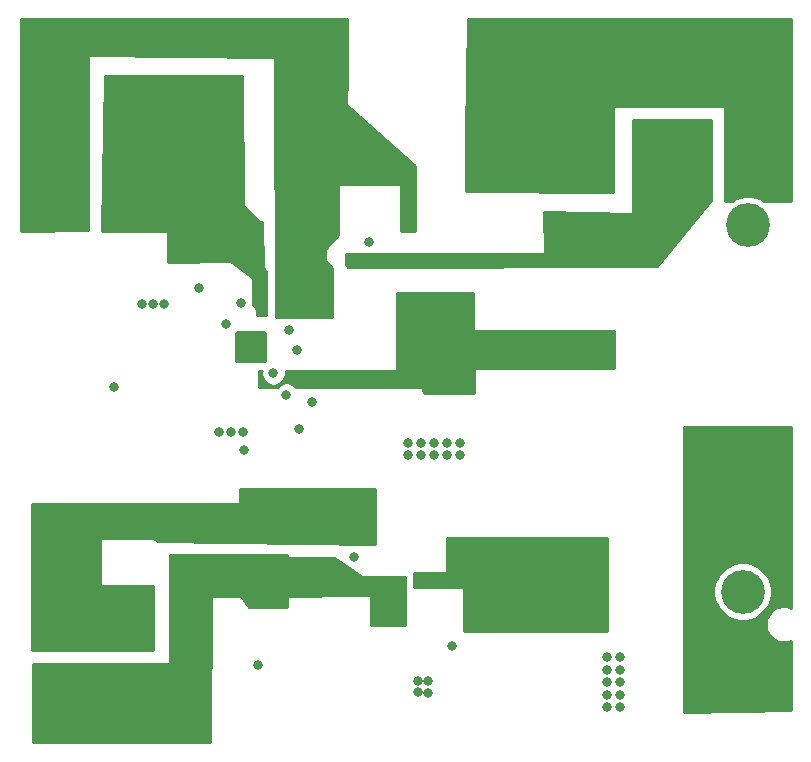
<source format=gbl>
G04 #@! TF.GenerationSoftware,KiCad,Pcbnew,5.1.4-e60b266~84~ubuntu16.04.1*
G04 #@! TF.CreationDate,2019-09-26T20:17:56+05:30*
G04 #@! TF.ProjectId,sick_kinect_powerBoard,7369636b-5f6b-4696-9e65-63745f706f77,rev?*
G04 #@! TF.SameCoordinates,Original*
G04 #@! TF.FileFunction,Copper,L4,Bot*
G04 #@! TF.FilePolarity,Positive*
%FSLAX46Y46*%
G04 Gerber Fmt 4.6, Leading zero omitted, Abs format (unit mm)*
G04 Created by KiCad (PCBNEW 5.1.4-e60b266~84~ubuntu16.04.1) date 2019-09-26 20:17:56*
%MOMM*%
%LPD*%
G04 APERTURE LIST*
%ADD10C,0.100000*%
%ADD11C,3.700000*%
%ADD12C,0.500000*%
%ADD13C,2.700000*%
%ADD14C,3.750000*%
%ADD15R,3.750000X3.750000*%
%ADD16C,0.800000*%
%ADD17C,0.250000*%
%ADD18C,0.254000*%
G04 APERTURE END LIST*
D10*
G36*
X173699503Y-65026204D02*
G01*
X173723772Y-65029804D01*
X173747570Y-65035765D01*
X173770670Y-65044030D01*
X173792849Y-65054520D01*
X173813892Y-65067133D01*
X173833598Y-65081748D01*
X173851776Y-65098224D01*
X173868252Y-65116402D01*
X173882867Y-65136108D01*
X173895480Y-65157151D01*
X173905970Y-65179330D01*
X173914235Y-65202430D01*
X173920196Y-65226228D01*
X173923796Y-65250497D01*
X173925000Y-65275001D01*
X173925000Y-68474999D01*
X173923796Y-68499503D01*
X173920196Y-68523772D01*
X173914235Y-68547570D01*
X173905970Y-68570670D01*
X173895480Y-68592849D01*
X173882867Y-68613892D01*
X173868252Y-68633598D01*
X173851776Y-68651776D01*
X173833598Y-68668252D01*
X173813892Y-68682867D01*
X173792849Y-68695480D01*
X173770670Y-68705970D01*
X173747570Y-68714235D01*
X173723772Y-68720196D01*
X173699503Y-68723796D01*
X173674999Y-68725000D01*
X170475001Y-68725000D01*
X170450497Y-68723796D01*
X170426228Y-68720196D01*
X170402430Y-68714235D01*
X170379330Y-68705970D01*
X170357151Y-68695480D01*
X170336108Y-68682867D01*
X170316402Y-68668252D01*
X170298224Y-68651776D01*
X170281748Y-68633598D01*
X170267133Y-68613892D01*
X170254520Y-68592849D01*
X170244030Y-68570670D01*
X170235765Y-68547570D01*
X170229804Y-68523772D01*
X170226204Y-68499503D01*
X170225000Y-68474999D01*
X170225000Y-65275001D01*
X170226204Y-65250497D01*
X170229804Y-65226228D01*
X170235765Y-65202430D01*
X170244030Y-65179330D01*
X170254520Y-65157151D01*
X170267133Y-65136108D01*
X170281748Y-65116402D01*
X170298224Y-65098224D01*
X170316402Y-65081748D01*
X170336108Y-65067133D01*
X170357151Y-65054520D01*
X170379330Y-65044030D01*
X170402430Y-65035765D01*
X170426228Y-65029804D01*
X170450497Y-65026204D01*
X170475001Y-65025000D01*
X173674999Y-65025000D01*
X173699503Y-65026204D01*
X173699503Y-65026204D01*
G37*
D11*
X172075000Y-66875000D03*
X172075000Y-72575000D03*
D12*
X128900000Y-81800000D03*
X131100000Y-81800000D03*
X128900000Y-84000000D03*
X131100000Y-84000000D03*
D10*
G36*
X131124503Y-81551204D02*
G01*
X131148772Y-81554804D01*
X131172570Y-81560765D01*
X131195670Y-81569030D01*
X131217849Y-81579520D01*
X131238892Y-81592133D01*
X131258598Y-81606748D01*
X131276776Y-81623224D01*
X131293252Y-81641402D01*
X131307867Y-81661108D01*
X131320480Y-81682151D01*
X131330970Y-81704330D01*
X131339235Y-81727430D01*
X131345196Y-81751228D01*
X131348796Y-81775497D01*
X131350000Y-81800001D01*
X131350000Y-83999999D01*
X131348796Y-84024503D01*
X131345196Y-84048772D01*
X131339235Y-84072570D01*
X131330970Y-84095670D01*
X131320480Y-84117849D01*
X131307867Y-84138892D01*
X131293252Y-84158598D01*
X131276776Y-84176776D01*
X131258598Y-84193252D01*
X131238892Y-84207867D01*
X131217849Y-84220480D01*
X131195670Y-84230970D01*
X131172570Y-84239235D01*
X131148772Y-84245196D01*
X131124503Y-84248796D01*
X131099999Y-84250000D01*
X128900001Y-84250000D01*
X128875497Y-84248796D01*
X128851228Y-84245196D01*
X128827430Y-84239235D01*
X128804330Y-84230970D01*
X128782151Y-84220480D01*
X128761108Y-84207867D01*
X128741402Y-84193252D01*
X128723224Y-84176776D01*
X128706748Y-84158598D01*
X128692133Y-84138892D01*
X128679520Y-84117849D01*
X128669030Y-84095670D01*
X128660765Y-84072570D01*
X128654804Y-84048772D01*
X128651204Y-84024503D01*
X128650000Y-83999999D01*
X128650000Y-81800001D01*
X128651204Y-81775497D01*
X128654804Y-81751228D01*
X128660765Y-81727430D01*
X128669030Y-81704330D01*
X128679520Y-81682151D01*
X128692133Y-81661108D01*
X128706748Y-81641402D01*
X128723224Y-81623224D01*
X128741402Y-81606748D01*
X128761108Y-81592133D01*
X128782151Y-81579520D01*
X128804330Y-81569030D01*
X128827430Y-81560765D01*
X128851228Y-81554804D01*
X128875497Y-81551204D01*
X128900001Y-81550000D01*
X131099999Y-81550000D01*
X131124503Y-81551204D01*
X131124503Y-81551204D01*
G37*
D13*
X130000000Y-82900000D03*
D14*
X113950000Y-70050000D03*
X113950000Y-64350000D03*
X119650000Y-70050000D03*
D15*
X119650000Y-64350000D03*
X113750000Y-106250000D03*
D14*
X119450000Y-106250000D03*
X113750000Y-111950000D03*
X119450000Y-111950000D03*
D11*
X171625000Y-103575000D03*
D10*
G36*
X173249503Y-96026204D02*
G01*
X173273772Y-96029804D01*
X173297570Y-96035765D01*
X173320670Y-96044030D01*
X173342849Y-96054520D01*
X173363892Y-96067133D01*
X173383598Y-96081748D01*
X173401776Y-96098224D01*
X173418252Y-96116402D01*
X173432867Y-96136108D01*
X173445480Y-96157151D01*
X173455970Y-96179330D01*
X173464235Y-96202430D01*
X173470196Y-96226228D01*
X173473796Y-96250497D01*
X173475000Y-96275001D01*
X173475000Y-99474999D01*
X173473796Y-99499503D01*
X173470196Y-99523772D01*
X173464235Y-99547570D01*
X173455970Y-99570670D01*
X173445480Y-99592849D01*
X173432867Y-99613892D01*
X173418252Y-99633598D01*
X173401776Y-99651776D01*
X173383598Y-99668252D01*
X173363892Y-99682867D01*
X173342849Y-99695480D01*
X173320670Y-99705970D01*
X173297570Y-99714235D01*
X173273772Y-99720196D01*
X173249503Y-99723796D01*
X173224999Y-99725000D01*
X170025001Y-99725000D01*
X170000497Y-99723796D01*
X169976228Y-99720196D01*
X169952430Y-99714235D01*
X169929330Y-99705970D01*
X169907151Y-99695480D01*
X169886108Y-99682867D01*
X169866402Y-99668252D01*
X169848224Y-99651776D01*
X169831748Y-99633598D01*
X169817133Y-99613892D01*
X169804520Y-99592849D01*
X169794030Y-99570670D01*
X169785765Y-99547570D01*
X169779804Y-99523772D01*
X169776204Y-99499503D01*
X169775000Y-99474999D01*
X169775000Y-96275001D01*
X169776204Y-96250497D01*
X169779804Y-96226228D01*
X169785765Y-96202430D01*
X169794030Y-96179330D01*
X169804520Y-96157151D01*
X169817133Y-96136108D01*
X169831748Y-96116402D01*
X169848224Y-96098224D01*
X169866402Y-96081748D01*
X169886108Y-96067133D01*
X169907151Y-96054520D01*
X169929330Y-96044030D01*
X169952430Y-96035765D01*
X169976228Y-96029804D01*
X170000497Y-96026204D01*
X170025001Y-96025000D01*
X173224999Y-96025000D01*
X173249503Y-96026204D01*
X173249503Y-96026204D01*
G37*
D11*
X171625000Y-97875000D03*
D16*
X142600000Y-104450000D03*
X141650000Y-104450000D03*
X140650000Y-104450000D03*
X134400000Y-77300000D03*
X135400000Y-77300000D03*
X134400000Y-78300000D03*
X135400000Y-78300000D03*
X135400000Y-79300000D03*
X134400000Y-79300000D03*
X134400000Y-76300000D03*
X135400000Y-76300000D03*
X136400000Y-77300000D03*
X136400000Y-78300000D03*
X136400000Y-79300000D03*
X136400000Y-76300000D03*
X143300000Y-91000000D03*
X144400000Y-91000000D03*
X145500000Y-91000000D03*
X146600000Y-91000000D03*
X147700000Y-91000000D03*
X146600000Y-92000000D03*
X147700000Y-92000000D03*
X145500000Y-92000000D03*
X143300000Y-92000000D03*
X144400000Y-92000000D03*
X127300000Y-90100000D03*
X128300000Y-90100000D03*
X129300000Y-90100000D03*
X129171444Y-79110063D03*
X133000000Y-86900000D03*
X120800000Y-79200000D03*
X121700000Y-79200000D03*
X122600000Y-79200000D03*
X144100000Y-111150000D03*
X144100000Y-112100000D03*
X142600000Y-103000000D03*
X140650000Y-103000000D03*
X141650000Y-103000000D03*
X142600000Y-105800000D03*
X140650000Y-105800000D03*
X141650000Y-105800000D03*
X161250000Y-109100000D03*
X160150000Y-109100000D03*
X161250000Y-110200000D03*
X160150000Y-110200000D03*
X160150000Y-111250000D03*
X161250000Y-111250000D03*
X161250000Y-112300000D03*
X161250000Y-113350000D03*
X160150000Y-113350000D03*
X160150000Y-112300000D03*
X145025000Y-111175000D03*
X145025000Y-112125000D03*
X137675000Y-67400000D03*
X137675000Y-66400000D03*
X138675000Y-65400000D03*
X137675000Y-65400000D03*
X138675000Y-67400000D03*
X138675000Y-66400000D03*
X127850000Y-62800000D03*
X126850000Y-62800000D03*
X123750000Y-61800000D03*
X124850000Y-61800000D03*
X125850000Y-61800000D03*
X126850000Y-61800000D03*
X127850000Y-61800000D03*
X123750000Y-62800000D03*
X124850000Y-62800000D03*
X125850000Y-62800000D03*
X130550000Y-109750000D03*
X170325000Y-108075000D03*
X125600000Y-77900000D03*
X129400000Y-91600000D03*
X133200000Y-81400000D03*
X135200000Y-87500000D03*
X142875000Y-78925000D03*
X144550000Y-78925000D03*
X146325000Y-78925000D03*
X148050000Y-78925000D03*
X148050000Y-80150000D03*
X142875000Y-80150000D03*
X144550000Y-80150000D03*
X146325000Y-80150000D03*
X148100000Y-81550000D03*
X142925000Y-81550000D03*
X142925000Y-82775000D03*
X144600000Y-82775000D03*
X148100000Y-82775000D03*
X146375000Y-82775000D03*
X144600000Y-81550000D03*
X146375000Y-81550000D03*
X159600000Y-100825000D03*
X157925000Y-104675000D03*
X154425000Y-100825000D03*
X154475000Y-103450000D03*
X154425000Y-102050000D03*
X159650000Y-103450000D03*
X156100000Y-102050000D03*
X159600000Y-102050000D03*
X157875000Y-102050000D03*
X156150000Y-104675000D03*
X156100000Y-100825000D03*
X157925000Y-103450000D03*
X157875000Y-100825000D03*
X156150000Y-103450000D03*
X159650000Y-104675000D03*
X154475000Y-104675000D03*
X146200000Y-102700000D03*
X147425000Y-102700000D03*
X152500000Y-64375000D03*
X153500000Y-64375000D03*
X154500000Y-65375000D03*
X154500000Y-66375000D03*
X154500000Y-67375000D03*
X154500000Y-64375000D03*
X152500000Y-65375000D03*
X153500000Y-65375000D03*
X152500000Y-66375000D03*
X153500000Y-66375000D03*
X153500000Y-67375000D03*
X152500000Y-67375000D03*
X118400000Y-86250000D03*
X133900000Y-83125000D03*
X140000000Y-74000000D03*
X147050000Y-108150000D03*
X138750000Y-100650000D03*
X134100000Y-89800000D03*
X131900000Y-85100000D03*
X127900000Y-80900000D03*
X159650000Y-74325000D03*
X156650000Y-72325000D03*
X158650000Y-72325000D03*
X159650000Y-72325000D03*
X156650000Y-73325000D03*
X156650000Y-74325000D03*
X159650000Y-73325000D03*
X157650000Y-73325000D03*
X157650000Y-72325000D03*
X158650000Y-73325000D03*
X158650000Y-74325000D03*
X157650000Y-74325000D03*
D17*
X155700000Y-64400000D02*
X155700000Y-62300000D01*
X155700000Y-62300000D02*
X153900000Y-60500000D01*
D18*
G36*
X175690001Y-70473000D02*
G01*
X173402017Y-70473000D01*
X173252089Y-70372821D01*
X172799848Y-70185497D01*
X172319751Y-70090000D01*
X171830249Y-70090000D01*
X171350152Y-70185497D01*
X170897911Y-70372821D01*
X170747983Y-70473000D01*
X170127000Y-70473000D01*
X170127000Y-62600000D01*
X170124560Y-62575224D01*
X170117333Y-62551399D01*
X170105597Y-62529443D01*
X170089803Y-62510197D01*
X170070557Y-62494403D01*
X170048601Y-62482667D01*
X170024776Y-62475440D01*
X170000000Y-62473000D01*
X160800000Y-62473000D01*
X160775224Y-62475440D01*
X160751399Y-62482667D01*
X160729443Y-62494403D01*
X160710197Y-62510197D01*
X160694403Y-62529443D01*
X160682667Y-62551399D01*
X160675440Y-62575224D01*
X160673000Y-62600000D01*
X160673000Y-69771996D01*
X148227000Y-69673996D01*
X148227000Y-64800964D01*
X148372002Y-55110000D01*
X175690001Y-55110000D01*
X175690001Y-70473000D01*
X175690001Y-70473000D01*
G37*
X175690001Y-70473000D02*
X173402017Y-70473000D01*
X173252089Y-70372821D01*
X172799848Y-70185497D01*
X172319751Y-70090000D01*
X171830249Y-70090000D01*
X171350152Y-70185497D01*
X170897911Y-70372821D01*
X170747983Y-70473000D01*
X170127000Y-70473000D01*
X170127000Y-62600000D01*
X170124560Y-62575224D01*
X170117333Y-62551399D01*
X170105597Y-62529443D01*
X170089803Y-62510197D01*
X170070557Y-62494403D01*
X170048601Y-62482667D01*
X170024776Y-62475440D01*
X170000000Y-62473000D01*
X160800000Y-62473000D01*
X160775224Y-62475440D01*
X160751399Y-62482667D01*
X160729443Y-62494403D01*
X160710197Y-62510197D01*
X160694403Y-62529443D01*
X160682667Y-62551399D01*
X160675440Y-62575224D01*
X160673000Y-62600000D01*
X160673000Y-69771996D01*
X148227000Y-69673996D01*
X148227000Y-64800964D01*
X148372002Y-55110000D01*
X175690001Y-55110000D01*
X175690001Y-70473000D01*
G36*
X138029302Y-101393013D02*
G01*
X138090226Y-101453937D01*
X138259744Y-101567205D01*
X138317425Y-101591097D01*
X139428051Y-102354653D01*
X139449850Y-102366679D01*
X139473577Y-102374221D01*
X139500000Y-102377000D01*
X143023000Y-102377000D01*
X143023000Y-106423000D01*
X140177000Y-106423000D01*
X140177000Y-104000000D01*
X140174560Y-103975224D01*
X140167333Y-103951399D01*
X140155597Y-103929443D01*
X140139803Y-103910197D01*
X140120557Y-103894403D01*
X140098601Y-103882667D01*
X140074776Y-103875440D01*
X140050000Y-103873000D01*
X139550000Y-103873000D01*
X139549142Y-103873003D01*
X132278867Y-103922126D01*
X132325173Y-100727000D01*
X137060556Y-100727000D01*
X138029302Y-101393013D01*
X138029302Y-101393013D01*
G37*
X138029302Y-101393013D02*
X138090226Y-101453937D01*
X138259744Y-101567205D01*
X138317425Y-101591097D01*
X139428051Y-102354653D01*
X139449850Y-102366679D01*
X139473577Y-102374221D01*
X139500000Y-102377000D01*
X143023000Y-102377000D01*
X143023000Y-106423000D01*
X140177000Y-106423000D01*
X140177000Y-104000000D01*
X140174560Y-103975224D01*
X140167333Y-103951399D01*
X140155597Y-103929443D01*
X140139803Y-103910197D01*
X140120557Y-103894403D01*
X140098601Y-103882667D01*
X140074776Y-103875440D01*
X140050000Y-103873000D01*
X139550000Y-103873000D01*
X139549142Y-103873003D01*
X132278867Y-103922126D01*
X132325173Y-100727000D01*
X137060556Y-100727000D01*
X138029302Y-101393013D01*
G36*
X140473000Y-99571273D02*
G01*
X122135969Y-99323475D01*
X121665341Y-99041098D01*
X121642840Y-99030444D01*
X121618692Y-99024383D01*
X121600000Y-99023000D01*
X117300000Y-99023000D01*
X117275224Y-99025440D01*
X117251399Y-99032667D01*
X117229443Y-99044403D01*
X117210197Y-99060197D01*
X117194403Y-99079443D01*
X117182667Y-99101399D01*
X117175440Y-99125224D01*
X117173000Y-99150000D01*
X117173000Y-102950000D01*
X117175440Y-102974776D01*
X117182667Y-102998601D01*
X117194403Y-103020557D01*
X117210197Y-103039803D01*
X117229443Y-103055597D01*
X117251399Y-103067333D01*
X117275224Y-103074560D01*
X117300000Y-103077000D01*
X121723000Y-103077000D01*
X121723000Y-108523000D01*
X111477000Y-108523000D01*
X111477000Y-96127000D01*
X128950000Y-96127000D01*
X128974776Y-96124560D01*
X128998601Y-96117333D01*
X129020557Y-96105597D01*
X129039803Y-96089803D01*
X129055597Y-96070557D01*
X129067333Y-96048601D01*
X129074560Y-96024776D01*
X129077000Y-96000000D01*
X129077000Y-94927000D01*
X140473000Y-94927000D01*
X140473000Y-99571273D01*
X140473000Y-99571273D01*
G37*
X140473000Y-99571273D02*
X122135969Y-99323475D01*
X121665341Y-99041098D01*
X121642840Y-99030444D01*
X121618692Y-99024383D01*
X121600000Y-99023000D01*
X117300000Y-99023000D01*
X117275224Y-99025440D01*
X117251399Y-99032667D01*
X117229443Y-99044403D01*
X117210197Y-99060197D01*
X117194403Y-99079443D01*
X117182667Y-99101399D01*
X117175440Y-99125224D01*
X117173000Y-99150000D01*
X117173000Y-102950000D01*
X117175440Y-102974776D01*
X117182667Y-102998601D01*
X117194403Y-103020557D01*
X117210197Y-103039803D01*
X117229443Y-103055597D01*
X117251399Y-103067333D01*
X117275224Y-103074560D01*
X117300000Y-103077000D01*
X121723000Y-103077000D01*
X121723000Y-108523000D01*
X111477000Y-108523000D01*
X111477000Y-96127000D01*
X128950000Y-96127000D01*
X128974776Y-96124560D01*
X128998601Y-96117333D01*
X129020557Y-96105597D01*
X129039803Y-96089803D01*
X129055597Y-96070557D01*
X129067333Y-96048601D01*
X129074560Y-96024776D01*
X129077000Y-96000000D01*
X129077000Y-94927000D01*
X140473000Y-94927000D01*
X140473000Y-99571273D01*
G36*
X138073162Y-67272293D02*
G01*
X137384256Y-68797728D01*
X137376282Y-68821313D01*
X137373000Y-68850000D01*
X137373000Y-73399040D01*
X136308224Y-74512215D01*
X136292862Y-74531806D01*
X136281617Y-74554018D01*
X136274921Y-74577997D01*
X136273000Y-74600000D01*
X136273000Y-75550000D01*
X136275440Y-75574776D01*
X136282667Y-75598601D01*
X136294403Y-75620557D01*
X136306381Y-75635817D01*
X136823000Y-76199401D01*
X136823000Y-80323000D01*
X132076712Y-80323000D01*
X132027000Y-58449711D01*
X132024503Y-58424941D01*
X132017222Y-58401133D01*
X132005436Y-58379203D01*
X131989598Y-58359994D01*
X131970317Y-58344243D01*
X131948334Y-58332557D01*
X131924493Y-58325384D01*
X131901221Y-58323006D01*
X116301221Y-58173006D01*
X116276422Y-58175208D01*
X116252530Y-58182205D01*
X116230461Y-58193730D01*
X116211065Y-58209338D01*
X116195087Y-58228431D01*
X116183140Y-58250273D01*
X116175684Y-58274027D01*
X116173000Y-58300000D01*
X116173000Y-72975514D01*
X110510000Y-73088775D01*
X110510000Y-55110000D01*
X138145485Y-55110000D01*
X138073162Y-67272293D01*
X138073162Y-67272293D01*
G37*
X138073162Y-67272293D02*
X137384256Y-68797728D01*
X137376282Y-68821313D01*
X137373000Y-68850000D01*
X137373000Y-73399040D01*
X136308224Y-74512215D01*
X136292862Y-74531806D01*
X136281617Y-74554018D01*
X136274921Y-74577997D01*
X136273000Y-74600000D01*
X136273000Y-75550000D01*
X136275440Y-75574776D01*
X136282667Y-75598601D01*
X136294403Y-75620557D01*
X136306381Y-75635817D01*
X136823000Y-76199401D01*
X136823000Y-80323000D01*
X132076712Y-80323000D01*
X132027000Y-58449711D01*
X132024503Y-58424941D01*
X132017222Y-58401133D01*
X132005436Y-58379203D01*
X131989598Y-58359994D01*
X131970317Y-58344243D01*
X131948334Y-58332557D01*
X131924493Y-58325384D01*
X131901221Y-58323006D01*
X116301221Y-58173006D01*
X116276422Y-58175208D01*
X116252530Y-58182205D01*
X116230461Y-58193730D01*
X116211065Y-58209338D01*
X116195087Y-58228431D01*
X116183140Y-58250273D01*
X116175684Y-58274027D01*
X116173000Y-58300000D01*
X116173000Y-72975514D01*
X110510000Y-73088775D01*
X110510000Y-55110000D01*
X138145485Y-55110000D01*
X138073162Y-67272293D01*
G36*
X129323005Y-70951139D02*
G01*
X129325667Y-70975893D01*
X129333108Y-70999651D01*
X129345040Y-71021502D01*
X129363715Y-71043188D01*
X130713715Y-72293188D01*
X130733553Y-72308230D01*
X130755945Y-72319114D01*
X130780029Y-72325420D01*
X130800000Y-72327000D01*
X130926136Y-72327000D01*
X131023040Y-76203174D01*
X131026098Y-76227882D01*
X131033919Y-76251518D01*
X131046200Y-76273174D01*
X131060197Y-76289803D01*
X131273000Y-76502606D01*
X131273000Y-80173000D01*
X130477000Y-80173000D01*
X130477000Y-79650000D01*
X130474560Y-79625224D01*
X130467333Y-79601399D01*
X130450248Y-79572030D01*
X130199068Y-79249084D01*
X130206444Y-79212002D01*
X130206444Y-79008124D01*
X130166670Y-78808165D01*
X130127000Y-78712394D01*
X130127000Y-77050000D01*
X130124560Y-77025224D01*
X130117333Y-77001399D01*
X130105597Y-76979443D01*
X130089803Y-76960197D01*
X130077146Y-76949117D01*
X128377146Y-75649117D01*
X128355982Y-75636005D01*
X128332667Y-75627273D01*
X128298835Y-75623005D01*
X122977000Y-75671829D01*
X122977000Y-73150000D01*
X122974560Y-73125224D01*
X122967333Y-73101399D01*
X122955597Y-73079443D01*
X122939803Y-73060197D01*
X122920557Y-73044403D01*
X122898601Y-73032667D01*
X122874776Y-73025440D01*
X122850000Y-73023000D01*
X117379401Y-73023000D01*
X117624644Y-59927000D01*
X129224134Y-59927000D01*
X129323005Y-70951139D01*
X129323005Y-70951139D01*
G37*
X129323005Y-70951139D02*
X129325667Y-70975893D01*
X129333108Y-70999651D01*
X129345040Y-71021502D01*
X129363715Y-71043188D01*
X130713715Y-72293188D01*
X130733553Y-72308230D01*
X130755945Y-72319114D01*
X130780029Y-72325420D01*
X130800000Y-72327000D01*
X130926136Y-72327000D01*
X131023040Y-76203174D01*
X131026098Y-76227882D01*
X131033919Y-76251518D01*
X131046200Y-76273174D01*
X131060197Y-76289803D01*
X131273000Y-76502606D01*
X131273000Y-80173000D01*
X130477000Y-80173000D01*
X130477000Y-79650000D01*
X130474560Y-79625224D01*
X130467333Y-79601399D01*
X130450248Y-79572030D01*
X130199068Y-79249084D01*
X130206444Y-79212002D01*
X130206444Y-79008124D01*
X130166670Y-78808165D01*
X130127000Y-78712394D01*
X130127000Y-77050000D01*
X130124560Y-77025224D01*
X130117333Y-77001399D01*
X130105597Y-76979443D01*
X130089803Y-76960197D01*
X130077146Y-76949117D01*
X128377146Y-75649117D01*
X128355982Y-75636005D01*
X128332667Y-75627273D01*
X128298835Y-75623005D01*
X122977000Y-75671829D01*
X122977000Y-73150000D01*
X122974560Y-73125224D01*
X122967333Y-73101399D01*
X122955597Y-73079443D01*
X122939803Y-73060197D01*
X122920557Y-73044403D01*
X122898601Y-73032667D01*
X122874776Y-73025440D01*
X122850000Y-73023000D01*
X117379401Y-73023000D01*
X117624644Y-59927000D01*
X129224134Y-59927000D01*
X129323005Y-70951139D01*
G36*
X133073000Y-104923000D02*
G01*
X129863500Y-104923000D01*
X129151600Y-103973800D01*
X129134782Y-103955443D01*
X129114706Y-103940720D01*
X129092143Y-103930196D01*
X129067961Y-103924276D01*
X129050000Y-103923000D01*
X126700000Y-103923000D01*
X126675224Y-103925440D01*
X126651399Y-103932667D01*
X126629443Y-103944403D01*
X126610197Y-103960197D01*
X126594403Y-103979443D01*
X126582667Y-104001399D01*
X126575440Y-104025224D01*
X126573001Y-104049504D01*
X126524991Y-116340000D01*
X111527000Y-116340000D01*
X111527000Y-109727000D01*
X123000000Y-109727000D01*
X123024776Y-109724560D01*
X123048601Y-109717333D01*
X123070557Y-109705597D01*
X123089803Y-109689803D01*
X123105597Y-109670557D01*
X123117333Y-109648601D01*
X123124560Y-109624776D01*
X123127000Y-109600000D01*
X123127000Y-100477000D01*
X133073000Y-100477000D01*
X133073000Y-104923000D01*
X133073000Y-104923000D01*
G37*
X133073000Y-104923000D02*
X129863500Y-104923000D01*
X129151600Y-103973800D01*
X129134782Y-103955443D01*
X129114706Y-103940720D01*
X129092143Y-103930196D01*
X129067961Y-103924276D01*
X129050000Y-103923000D01*
X126700000Y-103923000D01*
X126675224Y-103925440D01*
X126651399Y-103932667D01*
X126629443Y-103944403D01*
X126610197Y-103960197D01*
X126594403Y-103979443D01*
X126582667Y-104001399D01*
X126575440Y-104025224D01*
X126573001Y-104049504D01*
X126524991Y-116340000D01*
X111527000Y-116340000D01*
X111527000Y-109727000D01*
X123000000Y-109727000D01*
X123024776Y-109724560D01*
X123048601Y-109717333D01*
X123070557Y-109705597D01*
X123089803Y-109689803D01*
X123105597Y-109670557D01*
X123117333Y-109648601D01*
X123124560Y-109624776D01*
X123127000Y-109600000D01*
X123127000Y-100477000D01*
X133073000Y-100477000D01*
X133073000Y-104923000D01*
G36*
X143873000Y-67557031D02*
G01*
X143873000Y-73073000D01*
X142727000Y-73073000D01*
X142727000Y-69200000D01*
X142724560Y-69175224D01*
X142717333Y-69151399D01*
X142705597Y-69129443D01*
X142689803Y-69110197D01*
X142670557Y-69094403D01*
X142648601Y-69082667D01*
X142624776Y-69075440D01*
X142600000Y-69073000D01*
X137025441Y-69073000D01*
X136930540Y-61385955D01*
X143873000Y-67557031D01*
X143873000Y-67557031D01*
G37*
X143873000Y-67557031D02*
X143873000Y-73073000D01*
X142727000Y-73073000D01*
X142727000Y-69200000D01*
X142724560Y-69175224D01*
X142717333Y-69151399D01*
X142705597Y-69129443D01*
X142689803Y-69110197D01*
X142670557Y-69094403D01*
X142648601Y-69082667D01*
X142624776Y-69075440D01*
X142600000Y-69073000D01*
X137025441Y-69073000D01*
X136930540Y-61385955D01*
X143873000Y-67557031D01*
G36*
X175690000Y-104925843D02*
G01*
X175552743Y-104868989D01*
X175256184Y-104810000D01*
X174953816Y-104810000D01*
X174657257Y-104868989D01*
X174377905Y-104984701D01*
X174126495Y-105152688D01*
X173912688Y-105366495D01*
X173744701Y-105617905D01*
X173628989Y-105897257D01*
X173570000Y-106193816D01*
X173570000Y-106496184D01*
X173628989Y-106792743D01*
X173744701Y-107072095D01*
X173912688Y-107323505D01*
X174126495Y-107537312D01*
X174377905Y-107705299D01*
X174657257Y-107821011D01*
X174953816Y-107880000D01*
X175256184Y-107880000D01*
X175552743Y-107821011D01*
X175690000Y-107764157D01*
X175690000Y-113605872D01*
X166627265Y-113746017D01*
X166648630Y-103330249D01*
X169140000Y-103330249D01*
X169140000Y-103819751D01*
X169235497Y-104299848D01*
X169422821Y-104752089D01*
X169694774Y-105159095D01*
X170040905Y-105505226D01*
X170447911Y-105777179D01*
X170900152Y-105964503D01*
X171380249Y-106060000D01*
X171869751Y-106060000D01*
X172349848Y-105964503D01*
X172802089Y-105777179D01*
X173209095Y-105505226D01*
X173555226Y-105159095D01*
X173827179Y-104752089D01*
X174014503Y-104299848D01*
X174110000Y-103819751D01*
X174110000Y-103330249D01*
X174014503Y-102850152D01*
X173827179Y-102397911D01*
X173555226Y-101990905D01*
X173209095Y-101644774D01*
X172802089Y-101372821D01*
X172349848Y-101185497D01*
X171869751Y-101090000D01*
X171380249Y-101090000D01*
X170900152Y-101185497D01*
X170447911Y-101372821D01*
X170040905Y-101644774D01*
X169694774Y-101990905D01*
X169422821Y-102397911D01*
X169235497Y-102850152D01*
X169140000Y-103330249D01*
X166648630Y-103330249D01*
X166676740Y-89627000D01*
X175690000Y-89627000D01*
X175690000Y-104925843D01*
X175690000Y-104925843D01*
G37*
X175690000Y-104925843D02*
X175552743Y-104868989D01*
X175256184Y-104810000D01*
X174953816Y-104810000D01*
X174657257Y-104868989D01*
X174377905Y-104984701D01*
X174126495Y-105152688D01*
X173912688Y-105366495D01*
X173744701Y-105617905D01*
X173628989Y-105897257D01*
X173570000Y-106193816D01*
X173570000Y-106496184D01*
X173628989Y-106792743D01*
X173744701Y-107072095D01*
X173912688Y-107323505D01*
X174126495Y-107537312D01*
X174377905Y-107705299D01*
X174657257Y-107821011D01*
X174953816Y-107880000D01*
X175256184Y-107880000D01*
X175552743Y-107821011D01*
X175690000Y-107764157D01*
X175690000Y-113605872D01*
X166627265Y-113746017D01*
X166648630Y-103330249D01*
X169140000Y-103330249D01*
X169140000Y-103819751D01*
X169235497Y-104299848D01*
X169422821Y-104752089D01*
X169694774Y-105159095D01*
X170040905Y-105505226D01*
X170447911Y-105777179D01*
X170900152Y-105964503D01*
X171380249Y-106060000D01*
X171869751Y-106060000D01*
X172349848Y-105964503D01*
X172802089Y-105777179D01*
X173209095Y-105505226D01*
X173555226Y-105159095D01*
X173827179Y-104752089D01*
X174014503Y-104299848D01*
X174110000Y-103819751D01*
X174110000Y-103330249D01*
X174014503Y-102850152D01*
X173827179Y-102397911D01*
X173555226Y-101990905D01*
X173209095Y-101644774D01*
X172802089Y-101372821D01*
X172349848Y-101185497D01*
X171869751Y-101090000D01*
X171380249Y-101090000D01*
X170900152Y-101185497D01*
X170447911Y-101372821D01*
X170040905Y-101644774D01*
X169694774Y-101990905D01*
X169422821Y-102397911D01*
X169235497Y-102850152D01*
X169140000Y-103330249D01*
X166648630Y-103330249D01*
X166676740Y-89627000D01*
X175690000Y-89627000D01*
X175690000Y-104925843D01*
G36*
X148814036Y-81401628D02*
G01*
X148816794Y-81426371D01*
X148824326Y-81450101D01*
X148836343Y-81471905D01*
X148852382Y-81490946D01*
X148871828Y-81506492D01*
X148893933Y-81517946D01*
X148917848Y-81524867D01*
X148941026Y-81527000D01*
X160773000Y-81527000D01*
X160773000Y-84673000D01*
X148984615Y-84673000D01*
X148959839Y-84675440D01*
X148936014Y-84682667D01*
X148914058Y-84694403D01*
X148894812Y-84710197D01*
X148879018Y-84729443D01*
X148867282Y-84751399D01*
X148860055Y-84775224D01*
X148857677Y-84803952D01*
X148918985Y-86773000D01*
X144614934Y-86773000D01*
X144576370Y-86387363D01*
X144571476Y-86362952D01*
X144561914Y-86339965D01*
X144548052Y-86319285D01*
X144530421Y-86301707D01*
X144509700Y-86287907D01*
X144486685Y-86278414D01*
X144450458Y-86273001D01*
X133798326Y-86234615D01*
X133659774Y-86096063D01*
X133490256Y-85982795D01*
X133301898Y-85904774D01*
X133101939Y-85865000D01*
X132898061Y-85865000D01*
X132698102Y-85904774D01*
X132509744Y-85982795D01*
X132340226Y-86096063D01*
X132207407Y-86228882D01*
X130702000Y-86223457D01*
X130702000Y-84888072D01*
X130886878Y-84888072D01*
X130865000Y-84998061D01*
X130865000Y-85201939D01*
X130904774Y-85401898D01*
X130982795Y-85590256D01*
X131096063Y-85759774D01*
X131240226Y-85903937D01*
X131409744Y-86017205D01*
X131598102Y-86095226D01*
X131798061Y-86135000D01*
X132001939Y-86135000D01*
X132201898Y-86095226D01*
X132390256Y-86017205D01*
X132559774Y-85903937D01*
X132703937Y-85759774D01*
X132817205Y-85590256D01*
X132895226Y-85401898D01*
X132935000Y-85201939D01*
X132935000Y-84998061D01*
X132920865Y-84927000D01*
X142200000Y-84927000D01*
X142224776Y-84924560D01*
X142248601Y-84917333D01*
X142270557Y-84905597D01*
X142289803Y-84889803D01*
X142305597Y-84870557D01*
X142317333Y-84848601D01*
X142324560Y-84824776D01*
X142327000Y-84800000D01*
X142327000Y-78327000D01*
X148774617Y-78327000D01*
X148814036Y-81401628D01*
X148814036Y-81401628D01*
G37*
X148814036Y-81401628D02*
X148816794Y-81426371D01*
X148824326Y-81450101D01*
X148836343Y-81471905D01*
X148852382Y-81490946D01*
X148871828Y-81506492D01*
X148893933Y-81517946D01*
X148917848Y-81524867D01*
X148941026Y-81527000D01*
X160773000Y-81527000D01*
X160773000Y-84673000D01*
X148984615Y-84673000D01*
X148959839Y-84675440D01*
X148936014Y-84682667D01*
X148914058Y-84694403D01*
X148894812Y-84710197D01*
X148879018Y-84729443D01*
X148867282Y-84751399D01*
X148860055Y-84775224D01*
X148857677Y-84803952D01*
X148918985Y-86773000D01*
X144614934Y-86773000D01*
X144576370Y-86387363D01*
X144571476Y-86362952D01*
X144561914Y-86339965D01*
X144548052Y-86319285D01*
X144530421Y-86301707D01*
X144509700Y-86287907D01*
X144486685Y-86278414D01*
X144450458Y-86273001D01*
X133798326Y-86234615D01*
X133659774Y-86096063D01*
X133490256Y-85982795D01*
X133301898Y-85904774D01*
X133101939Y-85865000D01*
X132898061Y-85865000D01*
X132698102Y-85904774D01*
X132509744Y-85982795D01*
X132340226Y-86096063D01*
X132207407Y-86228882D01*
X130702000Y-86223457D01*
X130702000Y-84888072D01*
X130886878Y-84888072D01*
X130865000Y-84998061D01*
X130865000Y-85201939D01*
X130904774Y-85401898D01*
X130982795Y-85590256D01*
X131096063Y-85759774D01*
X131240226Y-85903937D01*
X131409744Y-86017205D01*
X131598102Y-86095226D01*
X131798061Y-86135000D01*
X132001939Y-86135000D01*
X132201898Y-86095226D01*
X132390256Y-86017205D01*
X132559774Y-85903937D01*
X132703937Y-85759774D01*
X132817205Y-85590256D01*
X132895226Y-85401898D01*
X132935000Y-85201939D01*
X132935000Y-84998061D01*
X132920865Y-84927000D01*
X142200000Y-84927000D01*
X142224776Y-84924560D01*
X142248601Y-84917333D01*
X142270557Y-84905597D01*
X142289803Y-84889803D01*
X142305597Y-84870557D01*
X142317333Y-84848601D01*
X142324560Y-84824776D01*
X142327000Y-84800000D01*
X142327000Y-78327000D01*
X148774617Y-78327000D01*
X148814036Y-81401628D01*
G36*
X160111376Y-99051772D02*
G01*
X160165865Y-106910241D01*
X148033037Y-106885755D01*
X148027000Y-103299786D01*
X148024518Y-103275014D01*
X148017251Y-103251202D01*
X148005478Y-103229265D01*
X147989651Y-103210046D01*
X147970380Y-103194285D01*
X147948403Y-103182586D01*
X147924567Y-103175399D01*
X147900000Y-103173000D01*
X143827000Y-103173000D01*
X143827000Y-102027000D01*
X146450000Y-102027000D01*
X146474776Y-102024560D01*
X146498601Y-102017333D01*
X146520557Y-102005597D01*
X146539803Y-101989803D01*
X146555597Y-101970557D01*
X146567333Y-101948601D01*
X146574560Y-101924776D01*
X146577000Y-101900000D01*
X146577000Y-99027231D01*
X160111376Y-99051772D01*
X160111376Y-99051772D01*
G37*
X160111376Y-99051772D02*
X160165865Y-106910241D01*
X148033037Y-106885755D01*
X148027000Y-103299786D01*
X148024518Y-103275014D01*
X148017251Y-103251202D01*
X148005478Y-103229265D01*
X147989651Y-103210046D01*
X147970380Y-103194285D01*
X147948403Y-103182586D01*
X147924567Y-103175399D01*
X147900000Y-103173000D01*
X143827000Y-103173000D01*
X143827000Y-102027000D01*
X146450000Y-102027000D01*
X146474776Y-102024560D01*
X146498601Y-102017333D01*
X146520557Y-102005597D01*
X146539803Y-101989803D01*
X146555597Y-101970557D01*
X146567333Y-101948601D01*
X146574560Y-101924776D01*
X146577000Y-101900000D01*
X146577000Y-99027231D01*
X160111376Y-99051772D01*
G36*
X168973000Y-70400209D02*
G01*
X168952293Y-70418868D01*
X164340191Y-75973227D01*
X138252405Y-76072799D01*
X138027000Y-75847394D01*
X138027000Y-75027000D01*
X139857842Y-75027000D01*
X139898061Y-75035000D01*
X140101939Y-75035000D01*
X140142158Y-75027000D01*
X154750000Y-75027000D01*
X154774776Y-75024560D01*
X154798601Y-75017333D01*
X154820557Y-75005597D01*
X154839803Y-74989803D01*
X154855597Y-74970557D01*
X154867333Y-74948601D01*
X154874560Y-74924776D01*
X154876988Y-74898236D01*
X154828825Y-71430481D01*
X162196615Y-71626955D01*
X162221447Y-71625176D01*
X162245456Y-71618587D01*
X162267717Y-71607440D01*
X162287377Y-71592165D01*
X162303678Y-71573347D01*
X162315995Y-71551711D01*
X162323855Y-71528088D01*
X162327000Y-71500000D01*
X162327000Y-63627000D01*
X168973000Y-63627000D01*
X168973000Y-70400209D01*
X168973000Y-70400209D01*
G37*
X168973000Y-70400209D02*
X168952293Y-70418868D01*
X164340191Y-75973227D01*
X138252405Y-76072799D01*
X138027000Y-75847394D01*
X138027000Y-75027000D01*
X139857842Y-75027000D01*
X139898061Y-75035000D01*
X140101939Y-75035000D01*
X140142158Y-75027000D01*
X154750000Y-75027000D01*
X154774776Y-75024560D01*
X154798601Y-75017333D01*
X154820557Y-75005597D01*
X154839803Y-74989803D01*
X154855597Y-74970557D01*
X154867333Y-74948601D01*
X154874560Y-74924776D01*
X154876988Y-74898236D01*
X154828825Y-71430481D01*
X162196615Y-71626955D01*
X162221447Y-71625176D01*
X162245456Y-71618587D01*
X162267717Y-71607440D01*
X162287377Y-71592165D01*
X162303678Y-71573347D01*
X162315995Y-71551711D01*
X162323855Y-71528088D01*
X162327000Y-71500000D01*
X162327000Y-63627000D01*
X168973000Y-63627000D01*
X168973000Y-70400209D01*
M02*

</source>
